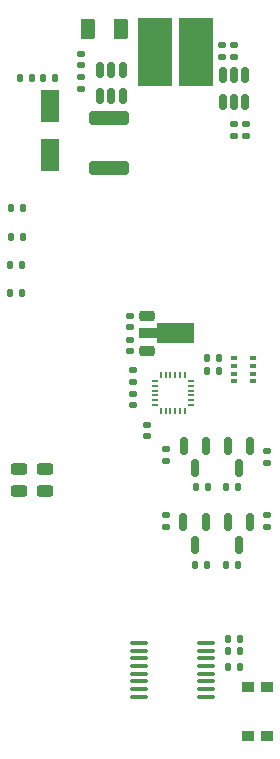
<source format=gbr>
%TF.GenerationSoftware,KiCad,Pcbnew,9.0.1*%
%TF.CreationDate,2025-11-12T14:17:17-05:00*%
%TF.ProjectId,Drone-Flight-Controller,44726f6e-652d-4466-9c69-6768742d436f,rev?*%
%TF.SameCoordinates,Original*%
%TF.FileFunction,Paste,Top*%
%TF.FilePolarity,Positive*%
%FSLAX46Y46*%
G04 Gerber Fmt 4.6, Leading zero omitted, Abs format (unit mm)*
G04 Created by KiCad (PCBNEW 9.0.1) date 2025-11-12 14:17:17*
%MOMM*%
%LPD*%
G01*
G04 APERTURE LIST*
G04 Aperture macros list*
%AMRoundRect*
0 Rectangle with rounded corners*
0 $1 Rounding radius*
0 $2 $3 $4 $5 $6 $7 $8 $9 X,Y pos of 4 corners*
0 Add a 4 corners polygon primitive as box body*
4,1,4,$2,$3,$4,$5,$6,$7,$8,$9,$2,$3,0*
0 Add four circle primitives for the rounded corners*
1,1,$1+$1,$2,$3*
1,1,$1+$1,$4,$5*
1,1,$1+$1,$6,$7*
1,1,$1+$1,$8,$9*
0 Add four rect primitives between the rounded corners*
20,1,$1+$1,$2,$3,$4,$5,0*
20,1,$1+$1,$4,$5,$6,$7,0*
20,1,$1+$1,$6,$7,$8,$9,0*
20,1,$1+$1,$8,$9,$2,$3,0*%
%AMFreePoly0*
4,1,9,3.862500,-0.866500,0.737500,-0.866500,0.737500,-0.450000,-0.737500,-0.450000,-0.737500,0.450000,0.737500,0.450000,0.737500,0.866500,3.862500,0.866500,3.862500,-0.866500,3.862500,-0.866500,$1*%
G04 Aperture macros list end*
%ADD10RoundRect,0.140000X0.170000X-0.140000X0.170000X0.140000X-0.170000X0.140000X-0.170000X-0.140000X0*%
%ADD11RoundRect,0.250000X0.375000X0.625000X-0.375000X0.625000X-0.375000X-0.625000X0.375000X-0.625000X0*%
%ADD12RoundRect,0.135000X-0.135000X-0.185000X0.135000X-0.185000X0.135000X0.185000X-0.135000X0.185000X0*%
%ADD13RoundRect,0.140000X-0.170000X0.140000X-0.170000X-0.140000X0.170000X-0.140000X0.170000X0.140000X0*%
%ADD14RoundRect,0.135000X-0.185000X0.135000X-0.185000X-0.135000X0.185000X-0.135000X0.185000X0.135000X0*%
%ADD15R,3.000000X5.835000*%
%ADD16R,0.500000X0.350000*%
%ADD17RoundRect,0.243750X0.456250X-0.243750X0.456250X0.243750X-0.456250X0.243750X-0.456250X-0.243750X0*%
%ADD18R,1.000000X0.900000*%
%ADD19RoundRect,0.100000X-0.637500X-0.100000X0.637500X-0.100000X0.637500X0.100000X-0.637500X0.100000X0*%
%ADD20RoundRect,0.135000X0.185000X-0.135000X0.185000X0.135000X-0.185000X0.135000X-0.185000X-0.135000X0*%
%ADD21RoundRect,0.150000X0.150000X-0.512500X0.150000X0.512500X-0.150000X0.512500X-0.150000X-0.512500X0*%
%ADD22RoundRect,0.135000X0.135000X0.185000X-0.135000X0.185000X-0.135000X-0.185000X0.135000X-0.185000X0*%
%ADD23RoundRect,0.147500X-0.147500X-0.172500X0.147500X-0.172500X0.147500X0.172500X-0.147500X0.172500X0*%
%ADD24RoundRect,0.150000X-0.150000X0.512500X-0.150000X-0.512500X0.150000X-0.512500X0.150000X0.512500X0*%
%ADD25RoundRect,0.225000X-0.425000X-0.225000X0.425000X-0.225000X0.425000X0.225000X-0.425000X0.225000X0*%
%ADD26FreePoly0,0.000000*%
%ADD27RoundRect,0.243750X-0.456250X0.243750X-0.456250X-0.243750X0.456250X-0.243750X0.456250X0.243750X0*%
%ADD28RoundRect,0.150000X-0.150000X0.587500X-0.150000X-0.587500X0.150000X-0.587500X0.150000X0.587500X0*%
%ADD29RoundRect,0.250000X-1.450000X0.312500X-1.450000X-0.312500X1.450000X-0.312500X1.450000X0.312500X0*%
%ADD30RoundRect,0.140000X-0.140000X-0.170000X0.140000X-0.170000X0.140000X0.170000X-0.140000X0.170000X0*%
%ADD31RoundRect,0.140000X0.140000X0.170000X-0.140000X0.170000X-0.140000X-0.170000X0.140000X-0.170000X0*%
%ADD32RoundRect,0.050000X-0.050000X0.225000X-0.050000X-0.225000X0.050000X-0.225000X0.050000X0.225000X0*%
%ADD33RoundRect,0.050000X-0.225000X-0.050000X0.225000X-0.050000X0.225000X0.050000X-0.225000X0.050000X0*%
%ADD34RoundRect,0.250000X0.550000X-1.137500X0.550000X1.137500X-0.550000X1.137500X-0.550000X-1.137500X0*%
G04 APERTURE END LIST*
D10*
%TO.C,C3*%
X23600000Y-41080000D03*
X23600000Y-40120000D03*
%TD*%
D11*
%TO.C,F1*%
X22800000Y-13800000D03*
X20000000Y-13800000D03*
%TD*%
D12*
%TO.C,R4*%
X16200000Y-18000000D03*
X17220000Y-18000000D03*
%TD*%
D13*
%TO.C,C9*%
X23800000Y-44720000D03*
X23800000Y-45680000D03*
%TD*%
D14*
%TO.C,R6*%
X32400000Y-21890000D03*
X32400000Y-22910000D03*
%TD*%
D15*
%TO.C,J2*%
X25700000Y-15800000D03*
%TD*%
D13*
%TO.C,C7*%
X25000000Y-47320000D03*
X25000000Y-48280000D03*
%TD*%
D16*
%TO.C,U5*%
X33985000Y-41700000D03*
X33985000Y-42350000D03*
X33985000Y-43000000D03*
X33985000Y-43650000D03*
X32385000Y-43650000D03*
X32385000Y-43000000D03*
X32385000Y-42350000D03*
X32385000Y-41700000D03*
%TD*%
D17*
%TO.C,D5*%
X14200000Y-52937500D03*
X14200000Y-51062500D03*
%TD*%
D12*
%TO.C,R15*%
X29180000Y-52600000D03*
X30200000Y-52600000D03*
%TD*%
D18*
%TO.C,SW1*%
X35200000Y-69550000D03*
X35200000Y-73650000D03*
X33600000Y-69550000D03*
X33600000Y-73650000D03*
%TD*%
D12*
%TO.C,R17*%
X29077500Y-59200000D03*
X30097500Y-59200000D03*
%TD*%
D19*
%TO.C,U6*%
X24322500Y-65800000D03*
X24322500Y-66450000D03*
X24322500Y-67100000D03*
X24322500Y-67750000D03*
X24322500Y-68400000D03*
X24322500Y-69050000D03*
X24322500Y-69700000D03*
X24322500Y-70350000D03*
X30047500Y-70350000D03*
X30047500Y-69700000D03*
X30047500Y-69050000D03*
X30047500Y-68400000D03*
X30047500Y-67750000D03*
X30047500Y-67100000D03*
X30047500Y-66450000D03*
X30047500Y-65800000D03*
%TD*%
D14*
%TO.C,R1*%
X31385000Y-15165000D03*
X31385000Y-16185000D03*
%TD*%
D20*
%TO.C,R5*%
X33400000Y-22910000D03*
X33400000Y-21890000D03*
%TD*%
D21*
%TO.C,U2*%
X21050000Y-19537500D03*
X22000000Y-19537500D03*
X22950000Y-19537500D03*
X22950000Y-17262500D03*
X22000000Y-17262500D03*
X21050000Y-17262500D03*
%TD*%
D22*
%TO.C,R18*%
X32710000Y-59200000D03*
X31690000Y-59200000D03*
%TD*%
D13*
%TO.C,C6*%
X23800000Y-42720000D03*
X23800000Y-43680000D03*
%TD*%
D23*
%TO.C,D1*%
X13515000Y-29000000D03*
X14485000Y-29000000D03*
%TD*%
D20*
%TO.C,R2*%
X32385000Y-16185000D03*
X32385000Y-15165000D03*
%TD*%
D24*
%TO.C,U3*%
X33335000Y-17737500D03*
X32385000Y-17737500D03*
X31435000Y-17737500D03*
X31435000Y-20012500D03*
X32385000Y-20012500D03*
X33335000Y-20012500D03*
%TD*%
D25*
%TO.C,U1*%
X25050000Y-38100000D03*
D26*
X25137500Y-39600000D03*
D25*
X25050000Y-41100000D03*
%TD*%
D27*
%TO.C,D4*%
X16400000Y-51062500D03*
X16400000Y-52937500D03*
%TD*%
D28*
%TO.C,Q2*%
X30012500Y-49125000D03*
X28112500Y-49125000D03*
X29062500Y-51000000D03*
%TD*%
D29*
%TO.C,L1*%
X21785000Y-21337500D03*
X21785000Y-25612500D03*
%TD*%
D14*
%TO.C,R13*%
X26587500Y-55000000D03*
X26587500Y-56020000D03*
%TD*%
D12*
%TO.C,R3*%
X14290000Y-18000000D03*
X15310000Y-18000000D03*
%TD*%
D22*
%TO.C,R16*%
X32710000Y-52600000D03*
X31690000Y-52600000D03*
%TD*%
D30*
%TO.C,C10*%
X30105000Y-41675000D03*
X31065000Y-41675000D03*
%TD*%
D28*
%TO.C,Q4*%
X30000000Y-55600000D03*
X28100000Y-55600000D03*
X29050000Y-57475000D03*
%TD*%
D22*
%TO.C,R9*%
X32895000Y-65475000D03*
X31875000Y-65475000D03*
%TD*%
%TO.C,R10*%
X32895000Y-66475000D03*
X31875000Y-66475000D03*
%TD*%
D23*
%TO.C,D3*%
X13430000Y-33800000D03*
X14400000Y-33800000D03*
%TD*%
%TO.C,D2*%
X13515000Y-31400000D03*
X14485000Y-31400000D03*
%TD*%
D13*
%TO.C,C4*%
X19400000Y-17920000D03*
X19400000Y-18880000D03*
%TD*%
D31*
%TO.C,C8*%
X31065000Y-42800000D03*
X30105000Y-42800000D03*
%TD*%
D28*
%TO.C,Q3*%
X33750000Y-49125000D03*
X31850000Y-49125000D03*
X32800000Y-51000000D03*
%TD*%
D32*
%TO.C,U4*%
X28200000Y-43150000D03*
X27800000Y-43150000D03*
X27400000Y-43150000D03*
X27000000Y-43150000D03*
X26600000Y-43150000D03*
X26200000Y-43150000D03*
D33*
X25700000Y-43650000D03*
X25700000Y-44050000D03*
X25700000Y-44450000D03*
X25700000Y-44850000D03*
X25700000Y-45250000D03*
X25700000Y-45650000D03*
D32*
X26200000Y-46150000D03*
X26600000Y-46150000D03*
X27000000Y-46150000D03*
X27400000Y-46150000D03*
X27800000Y-46150000D03*
X28200000Y-46150000D03*
D33*
X28700000Y-45650000D03*
X28700000Y-45250000D03*
X28700000Y-44850000D03*
X28700000Y-44450000D03*
X28700000Y-44050000D03*
X28700000Y-43650000D03*
%TD*%
D13*
%TO.C,C2*%
X23600000Y-38120000D03*
X23600000Y-39080000D03*
%TD*%
D28*
%TO.C,Q5*%
X33737500Y-55600000D03*
X31837500Y-55600000D03*
X32787500Y-57475000D03*
%TD*%
D34*
%TO.C,C5*%
X16800000Y-24462500D03*
X16800000Y-20337500D03*
%TD*%
D13*
%TO.C,C1*%
X19400000Y-15920000D03*
X19400000Y-16880000D03*
%TD*%
D22*
%TO.C,R8*%
X32895000Y-67875000D03*
X31875000Y-67875000D03*
%TD*%
D14*
%TO.C,R14*%
X35187500Y-55000000D03*
X35187500Y-56020000D03*
%TD*%
D12*
%TO.C,R7*%
X13400000Y-36200000D03*
X14420000Y-36200000D03*
%TD*%
D14*
%TO.C,R12*%
X35200000Y-49580000D03*
X35200000Y-50600000D03*
%TD*%
D20*
%TO.C,R11*%
X26600000Y-50420000D03*
X26600000Y-49400000D03*
%TD*%
D15*
%TO.C,J1*%
X29200000Y-15800000D03*
%TD*%
M02*

</source>
